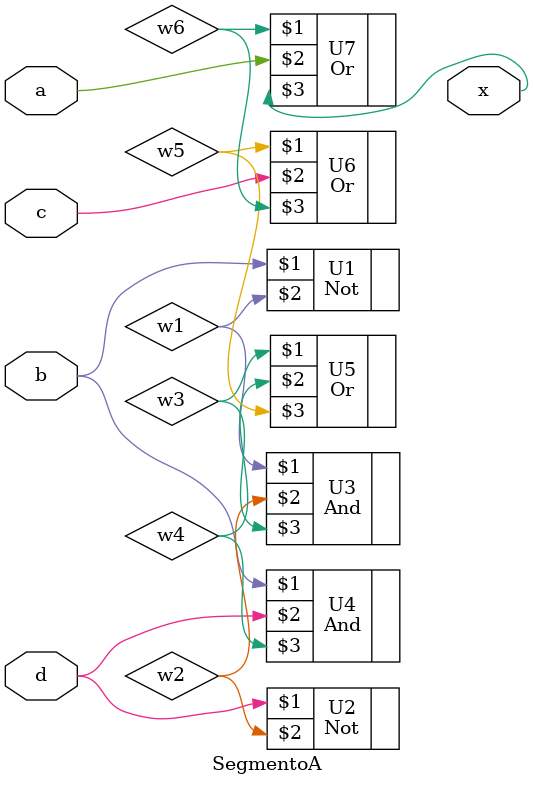
<source format=sv>
module SegmentoA(a,b,c,d,x);
   input a,b,c,d;
  output x;
  wire w1,w2,w3,w4,w5,w6;
  
  Not U1 (b,w1);
  Not U2 (d,w2);
  And U3 (w1,w2,w3);
  And U4 (b,d,w4);
  Or U5 (w3,w4,w5);
  Or U6 (w5,c,w6);
  Or U7 (w6,a,x);
  
endmodule
</source>
